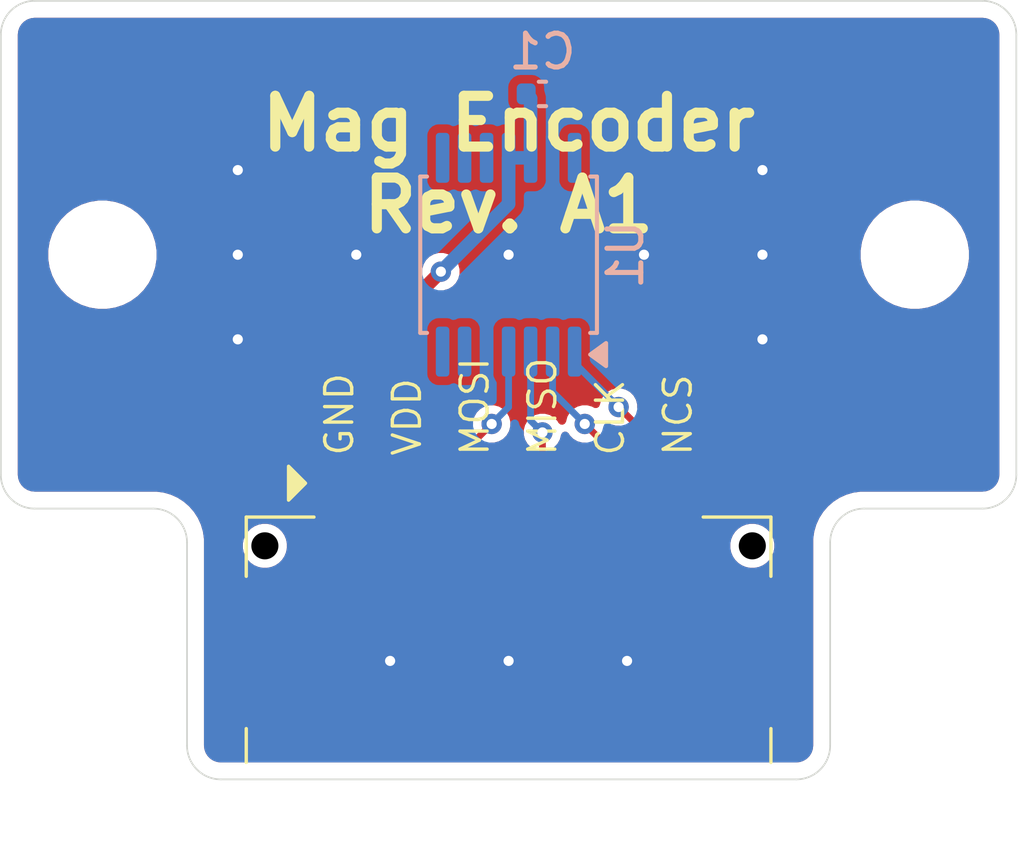
<source format=kicad_pcb>
(kicad_pcb (version 20241229) (generator "pcbnew") (generator_version "9.0")
  (layers (0 "F.Cu" signal) (2 "B.Cu" signal) (13 "F.Paste" user) (15 "B.Paste" user) (5 "F.SilkS" user "F.Silkscreen") (7 "B.SilkS" user "B.Silkscreen") (1 "F.Mask" user) (3 "B.Mask" user) (25 "Edge.Cuts" user))
  (net 0 "")
  (net 1 "VDD")
  (net 2 "GND")
  (net 3 "/NCS")
  (net 4 "/CLK")
  (net 5 "/MISO")
  (net 6 "/MOSI")
  (footprint "Bluesat:SM06B-PASS" (layer "F.Cu") (at 0 15.5 180)
    (property "Reference" "J1" (hide yes))
    (property "Value" "SM06B-PASS")
    (fp_line (start 7.75 7.75) (end 5.75 7.75) (stroke (width 0.1)) (layer "F.SilkS"))
    (fp_line (start 7.75 6) (end 7.75 7.75) (stroke (width 0.1)) (layer "F.SilkS"))
    (fp_line (start 7.75 0.5) (end 7.75 1.5) (stroke (width 0.1)) (layer "F.SilkS"))
    (fp_line (start -7.75 7.75) (end -5.75 7.75) (stroke (width 0.1)) (layer "F.SilkS"))
    (fp_line (start -7.75 6) (end -7.75 7.75) (stroke (width 0.1)) (layer "F.SilkS"))
    (fp_line (start -7.75 0.5) (end -7.75 1.5) (stroke (width 0.1)) (layer "F.SilkS"))
    (fp_poly (pts (xy 6 8.75) (xy 6.5 9.25) (xy 6.5 8.25)) (stroke (width 0.1)) (fill yes) (layer "F.SilkS"))
    (pad "" smd rect (at -7.2 3.7 180) (size 1.8 3.8) (layers "F.Cu" "F.Mask" "F.Paste"))
    (pad "" np_thru_hole circle (at -7.2 6.9 180) (size 0.8 0.8) (drill 0.8) (layers "*.Mask"))
    (pad "" smd rect (at 7.2 3.7 180) (size 1.8 3.8) (layers "F.Cu" "F.Mask" "F.Paste"))
    (pad "" np_thru_hole circle (at 7.2 6.9 180) (size 0.8 0.8) (drill 0.8) (layers "*.Mask"))
    (pad "1" smd roundrect (at 5 8.1 180) (size 1 2.7) (layers "F.Cu" "F.Mask" "F.Paste") (net 2 "GND"))
    (pad "2" smd roundrect (at 3 8.1 180) (size 1 2.7) (layers "F.Cu" "F.Mask" "F.Paste") (net 1 "VDD"))
    (pad "3" smd roundrect (at 1 8.1 180) (size 1 2.7) (layers "F.Cu" "F.Mask" "F.Paste") (net 6 "/MOSI"))
    (pad "4" smd roundrect (at -1 8.1 180) (size 1 2.7) (layers "F.Cu" "F.Mask" "F.Paste") (net 5 "/MISO"))
    (pad "5" smd roundrect (at -3 8.1 180) (size 1 2.7) (layers "F.Cu" "F.Mask" "F.Paste") (net 4 "/CLK"))
    (pad "6" smd roundrect (at -5 8.1 180) (size 1 2.7) (layers "F.Cu" "F.Mask" "F.Paste") (net 3 "/NCS"))
  )
  (footprint "Bluesat:M2.5" (layer "F.Cu") (at 9.5 -0.75)
    (property "Reference" "H1" (hide yes))
    (property "Value" "M2.5" (hide yes))
    (pad "" np_thru_hole circle (at 2.5 0.75) (size 2.7 2.7) (drill 2.7) (layers "*.Cu" "*.Mask"))
  )
  (footprint "Bluesat:M2.5" (layer "F.Cu") (at -8.75 0)
    (property "Reference" "H2" (hide yes))
    (property "Value" "M2.5" (hide yes))
    (pad "" np_thru_hole circle (at -3.25 0) (size 2.7 2.7) (drill 2.7) (layers "*.Cu" "*.Mask"))
  )
  (footprint "Capacitor_SMD:C_0402_1005Metric" (layer "B.Cu") (at 1 -4.75)
    (property "Reference" "C1" (at 0 -1.25 0) (layer "B.SilkS") (effects (justify mirror)))
    (property "Value" "220n")
    (fp_line (start -0.107836 -0.36) (end 0.107836 -0.36) (stroke (width 0.12)) (layer "B.SilkS"))
    (fp_line (start -0.107836 0.36) (end 0.107836 0.36) (stroke (width 0.12)) (layer "B.SilkS"))
    (pad "1" smd roundrect (at -0.48 0) (size 0.56 0.62) (layers "B.Cu" "B.Mask" "B.Paste") (net 1 "VDD"))
    (pad "2" smd roundrect (at 0.48 0) (size 0.56 0.62) (layers "B.Cu" "B.Mask" "B.Paste") (net 2 "GND"))
  )
  (footprint "Bluesat:TSSOP-14_4.4x5.0-0.65" (layer "B.Cu") (at 0 0 90)
    (property "Reference" "U1" (at 0 3.45 90) (layer "B.SilkS") (effects (justify mirror)))
    (property "Value" "AS5047D")
    (fp_line (start 2.31 -2.61) (end -2.31 -2.61) (stroke (width 0.12)) (layer "B.SilkS"))
    (fp_line (start -2.31 -2.61) (end -2.31 -2.41) (stroke (width 0.12)) (layer "B.SilkS"))
    (fp_line (start 2.31 -2.41) (end 2.31 -2.61) (stroke (width 0.12)) (layer "B.SilkS"))
    (fp_line (start -2.31 2.41) (end -2.31 2.61) (stroke (width 0.12)) (layer "B.SilkS"))
    (fp_line (start 2.31 2.61) (end 2.31 2.41) (stroke (width 0.12)) (layer "B.SilkS"))
    (fp_line (start -2.31 2.61) (end 2.31 2.61) (stroke (width 0.12)) (layer "B.SilkS"))
    (fp_poly (pts (xy -2.95 2.41) (xy -3.29 2.88) (xy -2.61 2.88)) (stroke (width 0.12)) (fill yes) (layer "B.SilkS"))
    (pad "1" smd roundrect (at -2.8625 1.95 90) (size 1.475 0.4) (layers "B.Cu" "B.Mask") (net 3 "/NCS"))
    (pad "2" smd roundrect (at -2.8625 1.3 90) (size 1.475 0.4) (layers "B.Cu" "B.Mask") (net 4 "/CLK"))
    (pad "3" smd roundrect (at -2.8625 0.65 90) (size 1.475 0.4) (layers "B.Cu" "B.Mask") (net 5 "/MISO"))
    (pad "4" smd roundrect (at -2.8625 0 90) (size 1.475 0.4) (layers "B.Cu" "B.Mask") (net 6 "/MOSI"))
    (pad "5" smd roundrect (at -2.8625 -0.65 90) (size 1.475 0.4) (layers "B.Cu" "B.Mask") (net 2 "GND"))
    (pad "6" smd roundrect (at -2.8625 -1.3 90) (size 1.475 0.4) (layers "B.Cu" "B.Mask"))
    (pad "7" smd roundrect (at -2.8625 -1.95 90) (size 1.475 0.4) (layers "B.Cu" "B.Mask"))
    (pad "8" smd roundrect (at 2.8625 -1.95 90) (size 1.475 0.4) (layers "B.Cu" "B.Mask"))
    (pad "9" smd roundrect (at 2.8625 -1.3 90) (size 1.475 0.4) (layers "B.Cu" "B.Mask"))
    (pad "10" smd roundrect (at 2.8625 -0.65 90) (size 1.475 0.4) (layers "B.Cu" "B.Mask"))
    (pad "11" smd roundrect (at 2.8625 0 90) (size 1.475 0.4) (layers "B.Cu" "B.Mask") (net 1 "VDD"))
    (pad "12" smd roundrect (at 2.8625 0.65 90) (size 1.475 0.4) (layers "B.Cu" "B.Mask") (net 1 "VDD"))
    (pad "13" smd roundrect (at 2.8625 1.3 90) (size 1.475 0.4) (layers "B.Cu" "B.Mask") (net 2 "GND"))
    (pad "14" smd roundrect (at 2.8625 1.95 90) (size 1.475 0.4) (layers "B.Cu" "B.Mask"))
  )
  (gr_line (start 14 -7.5) (end -14 -7.5) (stroke (width 0.05)) (layer "Edge.Cuts"))
  (gr_line (start -9.5 8.5) (end -9.5 14.500001) (stroke (width 0.05)) (layer "Edge.Cuts"))
  (gr_line (start -15 -6.5) (end -15 6.5) (stroke (width 0.05)) (layer "Edge.Cuts"))
  (gr_arc (start 14 -7.5) (mid 14.707107 -7.207107) (end 15 -6.5) (stroke (width 0.05)) (layer "Edge.Cuts"))
  (gr_line (start 15 6.5) (end 15 -6.5) (stroke (width 0.05)) (layer "Edge.Cuts"))
  (gr_arc (start 9.5 8.5) (mid 9.792893 7.792893) (end 10.5 7.5) (stroke (width 0.05)) (layer "Edge.Cuts"))
  (gr_arc (start -10.5 7.5) (mid -9.792893 7.792893) (end -9.5 8.5) (stroke (width 0.05)) (layer "Edge.Cuts"))
  (gr_arc (start -8.5 15.5) (mid -9.207107 15.207107) (end -9.5 14.5) (stroke (width 0.05)) (layer "Edge.Cuts"))
  (gr_line (start -8.500001 15.5) (end 8.5 15.5) (stroke (width 0.05)) (layer "Edge.Cuts"))
  (gr_arc (start 15 6.5) (mid 14.707107 7.207107) (end 14 7.5) (stroke (width 0.05)) (layer "Edge.Cuts"))
  (gr_line (start 9.5 14.5) (end 9.5 8.5) (stroke (width 0.05)) (layer "Edge.Cuts"))
  (gr_line (start 10.5 7.5) (end 14 7.5) (stroke (width 0.05)) (layer "Edge.Cuts"))
  (gr_arc (start -14 7.5) (mid -14.707107 7.207107) (end -15 6.5) (stroke (width 0.05)) (layer "Edge.Cuts"))
  (gr_arc (start -15 -6.5) (mid -14.707107 -7.207107) (end -14 -7.5) (stroke (width 0.05)) (layer "Edge.Cuts"))
  (gr_line (start -14 7.5) (end -10.499999 7.5) (stroke (width 0.05)) (layer "Edge.Cuts"))
  (gr_arc (start 9.5 14.5) (mid 9.207107 15.207107) (end 8.5 15.5) (stroke (width 0.05)) (layer "Edge.Cuts"))
  (gr_text "CLK\n" (at 3 6 90) (layer "F.SilkS") (effects (font (size 0.8 0.8) (thickness 0.1)) (justify left)))
  (gr_text "Mag Encoder\nRev. A1" (at 0 -4.75 0) (layer "F.SilkS") (effects (font (size 1.5 1.5) (thickness 0.3) (bold yes)) (justify top)))
  (gr_text "VDD\n" (at -3 6 90) (layer "F.SilkS") (effects (font (size 0.8 0.8) (thickness 0.1)) (justify left)))
  (gr_text "GND" (at -5 6 90) (layer "F.SilkS") (effects (font (size 0.8 0.8) (thickness 0.1)) (justify left)))
  (gr_text "NCS\n" (at 5 6 90) (layer "F.SilkS") (effects (font (size 0.8 0.8) (thickness 0.1)) (justify left)))
  (gr_text "MISO\n" (at 1 6 90) (layer "F.SilkS") (effects (font (size 0.8 0.8) (thickness 0.1)) (justify left)))
  (gr_text "MOSI\n" (at -1 6 90) (layer "F.SilkS") (effects (font (size 0.8 0.8) (thickness 0.1)) (justify left)))
  (segment (start -3 1.5) (end -2 0.5) (width 0.4) (layer "F.Cu") (net 1))
  (segment (start -3 7.4) (end -3 1.5) (width 0.4) (layer "F.Cu") (net 1))
  (via (at -2 0.5) (size 0.6) (drill 0.3) (layers "F.Cu" "B.Cu") (net 1))
  (segment (start 0.65 -2.8625) (end 0.65 -4.62) (width 0.4) (layer "B.Cu") (net 1))
  (segment (start 0 -2.8625) (end 0.65 -2.8625) (width 0.4) (layer "B.Cu") (net 1))
  (segment (start 0.65 -4.62) (end 0.52 -4.75) (width 0.4) (layer "B.Cu") (net 1))
  (segment (start 0 -2.8625) (end 0 -1.5) (width 0.4) (layer "B.Cu") (net 1))
  (segment (start 0 -1.5) (end -2 0.5) (width 0.4) (layer "B.Cu") (net 1))
  (via (at 7.5 0) (size 0.6) (drill 0.3) (layers "F.Cu" "B.Cu") (net 2))
  (via (at -4.5 0) (size 0.6) (drill 0.3) (layers "F.Cu" "B.Cu") (net 2))
  (via (at 4 0) (size 0.6) (drill 0.3) (layers "F.Cu" "B.Cu") (net 2))
  (via (at 0 0) (size 0.6) (drill 0.3) (layers "F.Cu" "B.Cu") (net 2))
  (via (at -8 2.5) (size 0.6) (drill 0.3) (layers "F.Cu" "B.Cu") (net 2))
  (via (at 0 12) (size 0.6) (drill 0.3) (layers "F.Cu" "B.Cu") (net 2))
  (via (at 3.5 12) (size 0.6) (drill 0.3) (layers "F.Cu" "B.Cu") (net 2))
  (via (at -8 0) (size 0.6) (drill 0.3) (layers "F.Cu" "B.Cu") (net 2))
  (via (at 7.5 -2.5) (size 0.6) (drill 0.3) (layers "F.Cu" "B.Cu") (net 2))
  (via (at 7.5 2.5) (size 0.6) (drill 0.3) (layers "F.Cu" "B.Cu") (net 2))
  (via (at -3.5 12) (size 0.6) (drill 0.3) (layers "F.Cu" "B.Cu") (net 2))
  (via (at -8 -2.5) (size 0.6) (drill 0.3) (layers "F.Cu" "B.Cu") (net 2))
  (segment (start 5 7.4) (end 5 6.25) (width 0.2) (layer "F.Cu") (net 3))
  (segment (start 5 6.25) (end 3.25 4.5) (width 0.2) (layer "F.Cu") (net 3))
  (via (at 3.25 4.5) (size 0.6) (drill 0.3) (layers "F.Cu" "B.Cu") (net 3))
  (segment (start 1.95 2.8625) (end 1.95 3.2) (width 0.2) (layer "B.Cu") (net 3))
  (segment (start 1.95 3.2) (end 3.25 4.5) (width 0.2) (layer "B.Cu") (net 3))
  (segment (start 3 5.75) (end 2.25 5) (width 0.2) (layer "F.Cu") (net 4))
  (segment (start 3 7.5) (end 3 5.75) (width 0.2) (layer "F.Cu") (net 4))
  (segment (start 3 7.4) (end 3 7.5) (width 0.2) (layer "F.Cu") (net 4))
  (via (at 2.25 5) (size 0.6) (drill 0.3) (layers "F.Cu" "B.Cu") (net 4))
  (segment (start 1.3 4.05) (end 1.3 2.8625) (width 0.2) (layer "B.Cu") (net 4))
  (segment (start 2.25 5) (end 1.3 4.05) (width 0.2) (layer "B.Cu") (net 4))
  (segment (start 1 7.4) (end 1 5.25) (width 0.2) (layer "F.Cu") (net 5))
  (via (at 1 5.25) (size 0.6) (drill 0.3) (layers "F.Cu" "B.Cu") (net 5))
  (segment (start 0.65 2.8625) (end 0.65 4.9) (width 0.2) (layer "B.Cu") (net 5))
  (segment (start 0.65 4.9) (end 1 5.25) (width 0.2) (layer "B.Cu") (net 5))
  (segment (start -1 5.5) (end -0.5 5) (width 0.2) (layer "F.Cu") (net 6))
  (segment (start -1 7.4) (end -1 5.5) (width 0.2) (layer "F.Cu") (net 6))
  (via (at -0.5 5) (size 0.6) (drill 0.3) (layers "F.Cu" "B.Cu") (net 6))
  (segment (start -0.5 5) (end 0 4.5) (width 0.2) (layer "B.Cu") (net 6))
  (segment (start 0 4.5) (end 0 2.8625) (width 0.2) (layer "B.Cu") (net 6))
  (zone (net 2) (net_name "GND") (layers "F.Cu" "B.Cu") (connect_pads yes (clearance 0.25)) (min_thickness 0.25) (fill yes (thermal_gap 0.5) (thermal_bridge_width 0.5))
    (polygon (pts (xy -15 -7.5) (xy 15.25 -7.5) (xy 15 17.5) (xy -15 17.5)))
  )
)
</source>
